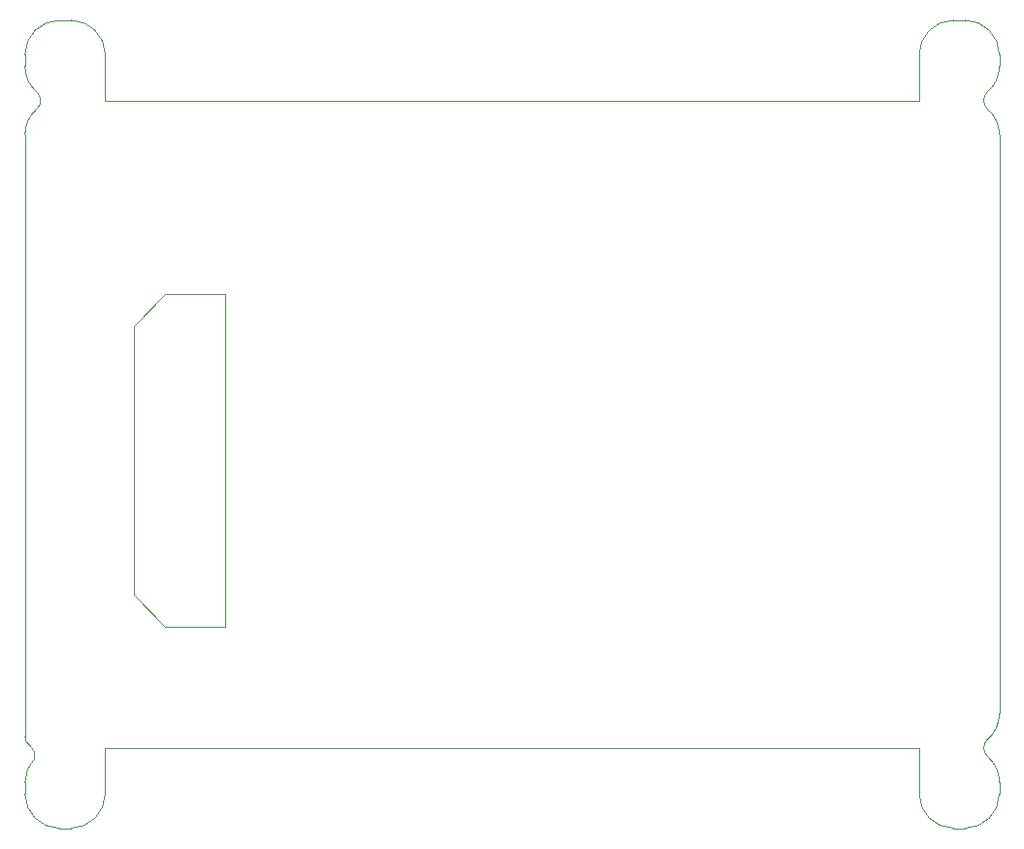
<source format=gko>
%FSLAX43Y43*%
%MOMM*%
G71*
G01*
G75*
G04 Layer_Color=16711935*
%ADD10R,0.800X1.800*%
%ADD11R,1.100X1.250*%
%ADD12C,1.500*%
%ADD13C,0.250*%
%ADD14C,0.300*%
%ADD15C,0.400*%
%ADD16C,0.500*%
%ADD17C,0.350*%
%ADD18C,1.650*%
%ADD19O,1.600X1.650*%
%ADD20C,1.600*%
%ADD21C,1.800*%
%ADD22C,1.520*%
%ADD23R,1.520X1.520*%
%ADD24R,1.500X1.500*%
%ADD25C,0.800*%
%ADD26R,1.400X2.000*%
%ADD27R,0.787X0.711*%
%ADD28R,0.760X2.400*%
%ADD29R,1.800X2.000*%
%ADD30R,0.250X1.100*%
%ADD31C,1.016*%
%ADD32O,2.200X0.600*%
%ADD33O,1.600X0.385*%
%ADD34R,0.711X0.787*%
%ADD35R,0.724X0.559*%
%ADD36R,0.762X0.787*%
%ADD37R,0.787X0.762*%
%ADD38R,1.050X0.600*%
%ADD39R,1.194X0.787*%
%ADD40R,1.200X0.250*%
%ADD41R,1.600X2.400*%
%ADD42C,0.800*%
%ADD43C,0.600*%
%ADD44C,0.475*%
%ADD45R,0.825X1.600*%
%ADD46C,0.200*%
%ADD47C,0.150*%
%ADD48C,0.254*%
%ADD49C,0.180*%
%ADD50C,0.160*%
%ADD51R,0.820X1.820*%
%ADD52R,1.120X1.270*%
%ADD53C,3.000*%
%ADD54C,1.670*%
%ADD55O,1.620X1.670*%
%ADD56C,1.620*%
%ADD57C,1.820*%
%ADD58C,1.540*%
%ADD59R,1.540X1.540*%
%ADD60R,1.520X1.520*%
%ADD61R,1.500X2.100*%
%ADD62R,0.807X0.731*%
%ADD63R,0.860X2.500*%
%ADD64R,1.820X2.020*%
%ADD65R,0.270X1.120*%
%ADD66C,1.036*%
%ADD67O,2.220X0.620*%
%ADD68O,1.620X0.405*%
%ADD69R,0.731X0.807*%
%ADD70R,0.744X0.579*%
%ADD71R,0.782X0.807*%
%ADD72R,0.807X0.782*%
%ADD73R,1.150X0.700*%
%ADD74R,1.214X0.807*%
%ADD75R,1.220X0.270*%
%ADD76R,1.620X2.420*%
%ADD77R,0.845X1.620*%
%ADD78R,1.275X0.800*%
%ADD79R,1.275X0.800*%
%ADD80R,1.300X0.500*%
%ADD81R,1.150X0.500*%
%ADD82R,1.150X0.500*%
%ADD83R,0.650X1.300*%
%ADD84C,0.025*%
%ADD85C,0.152*%
%ADD86C,0.154*%
%ADD87C,0.013*%
%ADD88C,0.022*%
%ADD89C,0.170*%
%ADD90C,0.320*%
%ADD91C,0.220*%
%ADD92C,0.100*%
D92*
X-2653Y-4417D02*
G03*
X-3000Y-3366I-964J265D01*
G01*
X80429Y-2797D02*
G03*
X80428Y-4202I712J-702D01*
G01*
X80428Y53702D02*
G03*
X80428Y52297I712J-702D01*
G01*
X-2428Y52298D02*
G03*
X-2428Y53702I-712J702D01*
G01*
X-3500Y-2500D02*
G03*
X-3000Y-3366I1000J0D01*
G01*
X80428Y-2798D02*
G03*
X81500Y-500I-1928J2298D01*
G01*
Y50000D02*
G03*
X80428Y52298I-3000J0D01*
G01*
X-2428D02*
G03*
X-3500Y50000I1928J-2298D01*
G01*
X-500Y60000D02*
G03*
X-3500Y57000I0J-3000D01*
G01*
X3500Y57000D02*
G03*
X500Y60000I-3000J0D01*
G01*
X-3500Y56000D02*
G03*
X-2428Y53702I3000J0D01*
G01*
X80428D02*
G03*
X81500Y56000I-1928J2298D01*
G01*
X77500Y60000D02*
G03*
X74500Y57000I0J-3000D01*
G01*
X81500Y57000D02*
G03*
X78500Y60000I-3000J0D01*
G01*
X-2658Y-4416D02*
G03*
X-3500Y-6500I2158J-2084D01*
G01*
X500Y-10500D02*
G03*
X3500Y-7500I0J3000D01*
G01*
X-3500Y-7500D02*
G03*
X-500Y-10500I3000J0D01*
G01*
X78500D02*
G03*
X81500Y-7500I0J3000D01*
G01*
X74500Y-7500D02*
G03*
X77500Y-10500I3000J0D01*
G01*
X81500Y-6500D02*
G03*
X80428Y-4202I-3000J0D01*
G01*
X-3500Y-2500D02*
Y50000D01*
X3500Y53000D02*
X74500D01*
X81500Y-500D02*
Y50000D01*
X3500Y-3500D02*
X74500D01*
X8750Y36100D02*
X14000D01*
Y7100D02*
Y36100D01*
X8750Y7100D02*
X14000D01*
X6000Y9850D02*
Y33350D01*
Y9850D02*
X8750Y7100D01*
X6000Y33350D02*
X8750Y36100D01*
X-3500Y56000D02*
Y57000D01*
X-500Y60000D02*
X500D01*
X3500Y53000D02*
Y57000D01*
X74500Y53000D02*
Y57000D01*
X77500Y60000D02*
X78500D01*
X81500Y56000D02*
Y57000D01*
X3500Y-7500D02*
Y-3500D01*
X-500Y-10500D02*
X500D01*
X-3500Y-7500D02*
Y-6500D01*
X81500Y-7500D02*
Y-6500D01*
X77500Y-10500D02*
X78500D01*
X74500Y-7500D02*
Y-3500D01*
M02*

</source>
